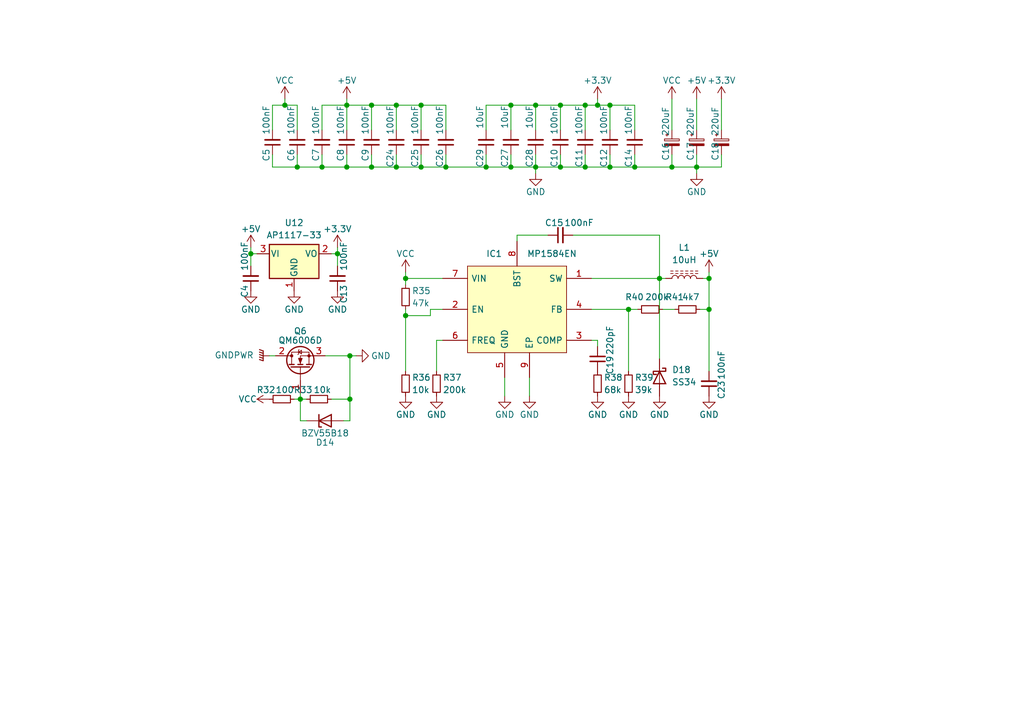
<source format=kicad_sch>
(kicad_sch (version 20211123) (generator eeschema)
  (paper "A5")
  (lib_symbols
    (symbol "Device:C_Polarized_Small" (pin_numbers hide) (pin_names (offset 0.254) hide)
      (property "Reference" "C" (at 0.254 1.778 0))
      (property "Value" "C_Polarized_Small" (at 0.254 -2.032 0))
      (symbol "C_Polarized_Small_0_1"
        (rectangle (start -1.524 -0.3048) (end 1.524 -0.6858) (fill (type outline)))
        (rectangle (start -1.524 0.6858) (end 1.524 0.3048))
        (polyline (pts (xy -1.27 1.524) (xy -0.762 1.524)))
        (polyline (pts (xy -1.016 1.27) (xy -1.016 1.778)))
      )
      (symbol "C_Polarized_Small_1_1"
        (pin passive line (at 0 2.54 270) (length 1.8542) (name "~") (number "1"))
        (pin passive line (at 0 -2.54 90) (length 1.8542) (name "~") (number "2"))
      )
    )
    (symbol "Device:C_Small" (pin_numbers hide) (pin_names (offset 0.254) hide)
      (property "Reference" "C" (at 0.254 1.778 0))
      (property "Value" "C_Small" (at 0.254 -2.032 0))
      (symbol "C_Small_0_1"
        (polyline (pts (xy -1.524 -0.508) (xy 1.524 -0.508)) (stroke (width 0.3302)))
        (polyline (pts (xy -1.524 0.508) (xy 1.524 0.508)) (stroke (width 0.3048)))
      )
      (symbol "C_Small_1_1"
        (pin passive line (at 0 2.54 270) (length 2.032) (name "~") (number "1"))
        (pin passive line (at 0 -2.54 90) (length 2.032) (name "~") (number "2"))
      )
    )
    (symbol "Device:L_Ferrite" (pin_numbers hide) (pin_names (offset 1.016) hide)
      (property "Reference" "L" (at -1.27 0 90))
      (property "Value" "L_Ferrite" (at 2.794 0 90))
      (symbol "L_Ferrite_0_1"
        (arc (start 0 -2.54) (mid 0.635 -1.905) (end 0 -1.27))
        (arc (start 0 -1.27) (mid 0.635 -0.635) (end 0 0))
        (polyline (pts (xy 1.016 -2.794) (xy 1.016 -2.286)))
        (polyline (pts (xy 1.016 -1.778) (xy 1.016 -1.27)))
        (polyline (pts (xy 1.016 -0.762) (xy 1.016 -0.254)))
        (polyline (pts (xy 1.016 0.254) (xy 1.016 0.762)))
        (polyline (pts (xy 1.016 1.27) (xy 1.016 1.778)))
        (polyline (pts (xy 1.016 2.286) (xy 1.016 2.794)))
        (polyline (pts (xy 1.524 -2.286) (xy 1.524 -2.794)))
        (polyline (pts (xy 1.524 -1.27) (xy 1.524 -1.778)))
        (polyline (pts (xy 1.524 -0.254) (xy 1.524 -0.762)))
        (polyline (pts (xy 1.524 0.762) (xy 1.524 0.254)))
        (polyline (pts (xy 1.524 1.778) (xy 1.524 1.27)))
        (polyline (pts (xy 1.524 2.794) (xy 1.524 2.286)))
        (arc (start 0 0) (mid 0.635 0.635) (end 0 1.27))
        (arc (start 0 1.27) (mid 0.635 1.905) (end 0 2.54))
      )
      (symbol "L_Ferrite_1_1"
        (pin passive line (at 0 3.81 270) (length 1.27) (name "1") (number "1"))
        (pin passive line (at 0 -3.81 90) (length 1.27) (name "2") (number "2"))
      )
    )
    (symbol "Device:R_Small" (pin_numbers hide) (pin_names (offset 0.254) hide)
      (property "Reference" "R" (at 0.762 0.508 0))
      (property "Value" "R_Small" (at 0.762 -1.016 0))
      (symbol "R_Small_0_1"
        (rectangle (start -0.762 1.778) (end 0.762 -1.778) (stroke (width 0.2032)))
      )
      (symbol "R_Small_1_1"
        (pin passive line (at 0 2.54 270) (length 0.762) (name "~") (number "1"))
        (pin passive line (at 0 -2.54 90) (length 0.762) (name "~") (number "2"))
      )
    )
    (symbol "Diode:BZV55B18" (pin_numbers hide) (pin_names hide)
      (property "Reference" "D" (at 0 2.54 0))
      (property "Value" "BZV55B18" (at 0 -2.54 0))
      (symbol "BZV55B18_0_1"
        (polyline (pts (xy 1.27 0) (xy -1.27 0)))
        (polyline (pts (xy -1.27 -1.27) (xy -1.27 1.27) (xy -0.762 1.27)) (stroke (width 0.254)))
        (polyline (pts (xy 1.27 -1.27) (xy 1.27 1.27) (xy -1.27 0) (xy 1.27 -1.27)) (stroke (width 0.254)))
      )
      (symbol "BZV55B18_1_1"
        (pin passive line (at -3.81 0 0) (length 2.54) (name "K") (number "1"))
        (pin passive line (at 3.81 0 180) (length 2.54) (name "A") (number "2"))
      )
    )
    (symbol "Diode:CDBA340-HF" (pin_numbers hide) (pin_names hide)
      (property "Reference" "D" (at 0 2.54 0))
      (property "Value" "CDBA340-HF" (at 0 -2.54 0))
      (symbol "CDBA340-HF_0_1"
        (polyline (pts (xy 1.27 0) (xy -1.27 0)))
        (polyline (pts (xy 1.27 1.27) (xy 1.27 -1.27) (xy -1.27 0) (xy 1.27 1.27)) (stroke (width 0.254)))
        (polyline (pts (xy -1.905 0.635) (xy -1.905 1.27) (xy -1.27 1.27) (xy -1.27 -1.27) (xy -0.635 -1.27) (xy -0.635 -0.635)) (stroke (width 0.254)))
      )
      (symbol "CDBA340-HF_1_1"
        (pin passive line (at -3.81 0 0) (length 2.54) (name "K") (number "1"))
        (pin passive line (at 3.81 0 180) (length 2.54) (name "A") (number "2"))
      )
    )
    (symbol "MP1584EN-LF-P:MP1584EN" (pin_names (offset 0.762))
      (property "Reference" "IC" (at -5.08 11.43 0))
      (property "Value" "MP1584EN" (at 1.27 11.43 0))
      (symbol "MP1584EN_0_0"
        (pin passive line (at 15.24 6.35 180) (length 5.08) (name "SW") (number "1"))
        (pin passive line (at -15.24 0 0) (length 5.08) (name "EN") (number "2"))
        (pin passive line (at 15.24 -6.35 180) (length 5.08) (name "COMP") (number "3"))
        (pin passive line (at 15.24 0 180) (length 5.08) (name "FB") (number "4"))
        (pin passive line (at -2.54 -13.97 90) (length 5.08) (name "GND") (number "5"))
        (pin passive line (at -15.24 -6.35 0) (length 5.08) (name "FREQ") (number "6"))
        (pin passive line (at -15.24 6.35 0) (length 5.08) (name "VIN") (number "7"))
        (pin passive line (at 0 13.97 270) (length 5.08) (name "BST") (number "8"))
        (pin passive line (at 2.54 -13.97 90) (length 5.08) (name "EP") (number "9"))
      )
      (symbol "MP1584EN_0_1"
        (polyline (pts (xy -10.16 8.89) (xy 10.16 8.89) (xy 10.16 -8.89) (xy -10.16 -8.89) (xy -10.16 8.89)) (stroke (width 0.1524)) (fill (type background)))
      )
    )
    (symbol "Regulator_Linear:AP1117-33" (pin_names (offset 0.254))
      (property "Reference" "U" (at -3.81 3.175 0))
      (property "Value" "AP1117-33" (at 0 3.175 0))
      (symbol "AP1117-33_0_1"
        (rectangle (start -5.08 -5.08) (end 5.08 1.905) (stroke (width 0.254)) (fill (type background)))
      )
      (symbol "AP1117-33_1_1"
        (pin power_in line (at 0 -7.62 90) (length 2.54) (name "GND") (number "1"))
        (pin power_out line (at 7.62 0 180) (length 2.54) (name "VO") (number "2"))
        (pin power_in line (at -7.62 0 0) (length 2.54) (name "VI") (number "3"))
      )
    )
    (symbol "Transistor_FET:QM6006D" (pin_names hide)
      (property "Reference" "Q" (at 5.08 1.905 0))
      (property "Value" "QM6006D" (at 5.08 0 0))
      (symbol "QM6006D_0_1"
        (polyline (pts (xy 0.254 0) (xy -2.54 0)))
        (polyline (pts (xy 0.254 1.905) (xy 0.254 -1.905)) (stroke (width 0.254)))
        (polyline (pts (xy 0.762 -1.27) (xy 0.762 -2.286)) (stroke (width 0.254)))
        (polyline (pts (xy 0.762 0.508) (xy 0.762 -0.508)) (stroke (width 0.254)))
        (polyline (pts (xy 0.762 2.286) (xy 0.762 1.27)) (stroke (width 0.254)))
        (polyline (pts (xy 2.54 2.54) (xy 2.54 1.778)))
        (polyline (pts (xy 2.54 -2.54) (xy 2.54 0) (xy 0.762 0)))
        (polyline (pts (xy 0.762 -1.778) (xy 3.302 -1.778) (xy 3.302 1.778) (xy 0.762 1.778)))
        (polyline (pts (xy 1.016 0) (xy 2.032 0.381) (xy 2.032 -0.381) (xy 1.016 0)) (fill (type outline)))
        (polyline (pts (xy 2.794 0.508) (xy 2.921 0.381) (xy 3.683 0.381) (xy 3.81 0.254)))
        (polyline (pts (xy 3.302 0.381) (xy 2.921 -0.254) (xy 3.683 -0.254) (xy 3.302 0.381)))
        (circle (center 1.651 0) (radius 2.794) (stroke (width 0.254)))
        (circle (center 2.54 -1.778) (radius 0.254) (fill (type outline)))
        (circle (center 2.54 1.778) (radius 0.254) (fill (type outline)))
      )
      (symbol "QM6006D_1_1"
        (pin input line (at -5.08 0 0) (length 2.54) (name "G") (number "1"))
        (pin passive line (at 2.54 5.08 270) (length 2.54) (name "D") (number "2"))
        (pin passive line (at 2.54 -5.08 90) (length 2.54) (name "S") (number "3"))
      )
    )
    (symbol "power:+3.3V" (power) (pin_names (offset 0))
      (property "Value" "+3.3V" (at 0 3.556 0))
      (symbol "+3.3V_0_1"
        (polyline (pts (xy -0.762 1.27) (xy 0 2.54)))
        (polyline (pts (xy 0 0) (xy 0 2.54)))
        (polyline (pts (xy 0 2.54) (xy 0.762 1.27)))
      )
      (symbol "+3.3V_1_1"
        (pin power_in line (at 0 0 90) (length 0) hide (name "+3.3V") (number "1"))
      )
    )
    (symbol "power:+5V" (power) (pin_names (offset 0))
      (property "Value" "+5V" (at 0 3.556 0))
      (symbol "+5V_0_1"
        (polyline (pts (xy -0.762 1.27) (xy 0 2.54)))
        (polyline (pts (xy 0 0) (xy 0 2.54)))
        (polyline (pts (xy 0 2.54) (xy 0.762 1.27)))
      )
      (symbol "+5V_1_1"
        (pin power_in line (at 0 0 90) (length 0) hide (name "+5V") (number "1"))
      )
    )
    (symbol "power:GND" (power) (pin_names (offset 0))
      (property "Value" "GND" (at 0 -3.81 0))
      (symbol "GND_0_1"
        (polyline (pts (xy 0 0) (xy 0 -1.27) (xy 1.27 -1.27) (xy 0 -2.54) (xy -1.27 -1.27) (xy 0 -1.27)))
      )
      (symbol "GND_1_1"
        (pin power_in line (at 0 0 270) (length 0) hide (name "GND") (number "1"))
      )
    )
    (symbol "power:GNDPWR" (power) (pin_names (offset 0))
      (property "Value" "GNDPWR" (at 0 -3.302 0))
      (symbol "GNDPWR_0_1"
        (polyline (pts (xy 0 -1.27) (xy 0 0)))
        (polyline (pts (xy -1.016 -1.27) (xy -1.27 -2.032) (xy -1.27 -2.032)) (stroke (width 0.2032)))
        (polyline (pts (xy -0.508 -1.27) (xy -0.762 -2.032) (xy -0.762 -2.032)) (stroke (width 0.2032)))
        (polyline (pts (xy 0 -1.27) (xy -0.254 -2.032) (xy -0.254 -2.032)) (stroke (width 0.2032)))
        (polyline (pts (xy 0.508 -1.27) (xy 0.254 -2.032) (xy 0.254 -2.032)) (stroke (width 0.2032)))
        (polyline (pts (xy 1.016 -1.27) (xy -1.016 -1.27) (xy -1.016 -1.27)) (stroke (width 0.2032)))
        (polyline (pts (xy 1.016 -1.27) (xy 0.762 -2.032) (xy 0.762 -2.032) (xy 0.762 -2.032)) (stroke (width 0.2032)))
      )
      (symbol "GNDPWR_1_1"
        (pin power_in line (at 0 0 270) (length 0) hide (name "GNDPWR") (number "1"))
      )
    )
    (symbol "power:VCC" (power) (pin_names (offset 0))
      (property "Value" "VCC" (at 0 3.81 0))
      (symbol "VCC_0_1"
        (polyline (pts (xy -0.762 1.27) (xy 0 2.54)))
        (polyline (pts (xy 0 0) (xy 0 2.54)))
        (polyline (pts (xy 0 2.54) (xy 0.762 1.27)))
      )
      (symbol "VCC_1_1"
        (pin power_in line (at 0 0 90) (length 0) hide (name "VCC") (number "1"))
      )
    )
  )
  (junction (at 71.12 34.29))
  (junction (at 71.12 21.59))
  (junction (at 130.175 34.29))
  (junction (at 114.935 34.29))
  (junction (at 114.935 21.59))
  (junction (at 120.015 21.59))
  (junction (at 104.775 34.29))
  (junction (at 83.185 57.15))
  (junction (at 99.695 34.29))
  (junction (at 128.905 63.5))
  (junction (at 104.775 21.59))
  (junction (at 61.595 81.915))
  (junction (at 83.185 64.77))
  (junction (at 145.415 63.5))
  (junction (at 71.755 73.025))
  (junction (at 81.28 34.29))
  (junction (at 60.96 34.29))
  (junction (at 81.28 21.59))
  (junction (at 66.04 34.29))
  (junction (at 86.36 21.59))
  (junction (at 58.42 21.59))
  (junction (at 135.255 57.15))
  (junction (at 76.2 21.59))
  (junction (at 109.855 21.59))
  (junction (at 69.215 52.07))
  (junction (at 91.44 34.29))
  (junction (at 145.415 57.15))
  (junction (at 120.015 34.29))
  (junction (at 125.095 21.59))
  (junction (at 125.095 34.29))
  (junction (at 86.36 34.29))
  (junction (at 76.2 34.29))
  (junction (at 109.855 34.29))
  (junction (at 122.555 21.59))
  (junction (at 71.755 81.915))
  (junction (at 51.435 52.07))
  (junction (at 137.795 34.29))
  (junction (at 142.875 34.29))
  (wire (pts (xy 99.695 31.75) (xy 99.695 34.29)))
  (wire (pts (xy 147.955 34.29) (xy 147.955 31.75)))
  (wire (pts (xy 83.185 64.77) (xy 83.185 63.5)))
  (wire (pts (xy 130.175 34.29) (xy 137.795 34.29)))
  (wire (pts (xy 66.675 73.025) (xy 71.755 73.025)))
  (wire (pts (xy 88.265 64.77) (xy 83.185 64.77)))
  (wire (pts (xy 142.875 20.32) (xy 142.875 26.67)))
  (wire (pts (xy 89.535 76.2) (xy 89.535 69.85)))
  (wire (pts (xy 120.015 21.59) (xy 120.015 26.67)))
  (wire (pts (xy 145.415 63.5) (xy 145.415 76.2)))
  (wire (pts (xy 130.175 21.59) (xy 125.095 21.59)))
  (wire (pts (xy 60.96 26.67) (xy 60.96 21.59)))
  (wire (pts (xy 108.585 81.28) (xy 108.585 77.47)))
  (wire (pts (xy 71.755 73.025) (xy 71.755 81.915)))
  (wire (pts (xy 122.555 71.12) (xy 122.555 69.85)))
  (wire (pts (xy 104.775 34.29) (xy 99.695 34.29)))
  (wire (pts (xy 76.2 31.75) (xy 76.2 34.29)))
  (wire (pts (xy 71.755 86.36) (xy 71.755 81.915)))
  (wire (pts (xy 69.215 52.07) (xy 67.945 52.07)))
  (wire (pts (xy 130.175 26.67) (xy 130.175 21.59)))
  (wire (pts (xy 135.255 57.15) (xy 135.255 73.66)))
  (wire (pts (xy 109.855 21.59) (xy 109.855 26.67)))
  (wire (pts (xy 86.36 21.59) (xy 86.36 26.67)))
  (wire (pts (xy 112.395 48.26) (xy 106.045 48.26)))
  (wire (pts (xy 117.475 48.26) (xy 135.255 48.26)))
  (wire (pts (xy 143.51 63.5) (xy 145.415 63.5)))
  (wire (pts (xy 147.955 20.32) (xy 147.955 26.67)))
  (wire (pts (xy 86.36 21.59) (xy 91.44 21.59)))
  (wire (pts (xy 70.485 86.36) (xy 71.755 86.36)))
  (wire (pts (xy 61.595 81.915) (xy 62.865 81.915)))
  (wire (pts (xy 60.325 81.915) (xy 61.595 81.915)))
  (wire (pts (xy 125.095 21.59) (xy 122.555 21.59)))
  (wire (pts (xy 76.2 21.59) (xy 81.28 21.59)))
  (wire (pts (xy 125.095 21.59) (xy 125.095 26.67)))
  (wire (pts (xy 120.015 21.59) (xy 114.935 21.59)))
  (wire (pts (xy 135.89 63.5) (xy 138.43 63.5)))
  (wire (pts (xy 71.755 73.025) (xy 73.025 73.025)))
  (wire (pts (xy 142.875 31.75) (xy 142.875 34.29)))
  (wire (pts (xy 69.215 50.8) (xy 69.215 52.07)))
  (wire (pts (xy 55.245 73.025) (xy 56.515 73.025)))
  (wire (pts (xy 137.795 20.32) (xy 137.795 26.67)))
  (wire (pts (xy 99.695 34.29) (xy 91.44 34.29)))
  (wire (pts (xy 125.095 34.29) (xy 120.015 34.29)))
  (wire (pts (xy 120.015 34.29) (xy 114.935 34.29)))
  (wire (pts (xy 91.44 21.59) (xy 91.44 26.67)))
  (wire (pts (xy 55.88 21.59) (xy 55.88 26.67)))
  (wire (pts (xy 83.185 55.88) (xy 83.185 57.15)))
  (wire (pts (xy 81.28 34.29) (xy 76.2 34.29)))
  (wire (pts (xy 90.805 63.5) (xy 88.265 63.5)))
  (wire (pts (xy 58.42 21.59) (xy 55.88 21.59)))
  (wire (pts (xy 83.185 57.15) (xy 83.185 58.42)))
  (wire (pts (xy 76.2 34.29) (xy 71.12 34.29)))
  (wire (pts (xy 52.705 52.07) (xy 51.435 52.07)))
  (wire (pts (xy 128.905 63.5) (xy 121.285 63.5)))
  (wire (pts (xy 91.44 34.29) (xy 86.36 34.29)))
  (wire (pts (xy 90.805 57.15) (xy 83.185 57.15)))
  (wire (pts (xy 67.945 81.915) (xy 71.755 81.915)))
  (wire (pts (xy 71.12 34.29) (xy 66.04 34.29)))
  (wire (pts (xy 104.775 31.75) (xy 104.775 34.29)))
  (wire (pts (xy 128.905 63.5) (xy 130.81 63.5)))
  (wire (pts (xy 125.095 31.75) (xy 125.095 34.29)))
  (wire (pts (xy 91.44 31.75) (xy 91.44 34.29)))
  (wire (pts (xy 109.855 34.29) (xy 109.855 35.56)))
  (wire (pts (xy 89.535 69.85) (xy 90.805 69.85)))
  (wire (pts (xy 88.265 63.5) (xy 88.265 64.77)))
  (wire (pts (xy 103.505 81.28) (xy 103.505 77.47)))
  (wire (pts (xy 104.775 21.59) (xy 104.775 26.67)))
  (wire (pts (xy 51.435 52.07) (xy 51.435 54.61)))
  (wire (pts (xy 71.12 31.75) (xy 71.12 34.29)))
  (wire (pts (xy 55.88 34.29) (xy 55.88 31.75)))
  (wire (pts (xy 81.28 21.59) (xy 86.36 21.59)))
  (wire (pts (xy 66.04 21.59) (xy 71.12 21.59)))
  (wire (pts (xy 109.855 34.29) (xy 104.775 34.29)))
  (wire (pts (xy 86.36 34.29) (xy 81.28 34.29)))
  (wire (pts (xy 71.12 21.59) (xy 71.12 26.67)))
  (wire (pts (xy 71.12 20.32) (xy 71.12 21.59)))
  (wire (pts (xy 109.855 21.59) (xy 114.935 21.59)))
  (wire (pts (xy 58.42 20.32) (xy 58.42 21.59)))
  (wire (pts (xy 142.875 34.29) (xy 142.875 35.56)))
  (wire (pts (xy 137.795 31.75) (xy 137.795 34.29)))
  (wire (pts (xy 61.595 86.36) (xy 61.595 81.915)))
  (wire (pts (xy 142.875 34.29) (xy 147.955 34.29)))
  (wire (pts (xy 62.865 86.36) (xy 61.595 86.36)))
  (wire (pts (xy 128.905 76.2) (xy 128.905 63.5)))
  (wire (pts (xy 122.555 69.85) (xy 121.285 69.85)))
  (wire (pts (xy 130.175 31.75) (xy 130.175 34.29)))
  (wire (pts (xy 81.28 26.67) (xy 81.28 21.59)))
  (wire (pts (xy 120.015 31.75) (xy 120.015 34.29)))
  (wire (pts (xy 114.935 31.75) (xy 114.935 34.29)))
  (wire (pts (xy 106.045 48.26) (xy 106.045 49.53)))
  (wire (pts (xy 114.935 34.29) (xy 109.855 34.29)))
  (wire (pts (xy 130.175 34.29) (xy 125.095 34.29)))
  (wire (pts (xy 114.935 21.59) (xy 114.935 26.67)))
  (wire (pts (xy 60.96 34.29) (xy 55.88 34.29)))
  (wire (pts (xy 135.255 48.26) (xy 135.255 57.15)))
  (wire (pts (xy 81.28 31.75) (xy 81.28 34.29)))
  (wire (pts (xy 109.855 21.59) (xy 104.775 21.59)))
  (wire (pts (xy 60.96 21.59) (xy 58.42 21.59)))
  (wire (pts (xy 137.795 34.29) (xy 142.875 34.29)))
  (wire (pts (xy 109.855 31.75) (xy 109.855 34.29)))
  (wire (pts (xy 144.145 57.15) (xy 145.415 57.15)))
  (wire (pts (xy 135.255 57.15) (xy 121.285 57.15)))
  (wire (pts (xy 66.04 26.67) (xy 66.04 21.59)))
  (wire (pts (xy 145.415 57.15) (xy 145.415 63.5)))
  (wire (pts (xy 71.12 21.59) (xy 76.2 21.59)))
  (wire (pts (xy 66.04 34.29) (xy 60.96 34.29)))
  (wire (pts (xy 76.2 21.59) (xy 76.2 26.67)))
  (wire (pts (xy 135.255 57.15) (xy 136.525 57.15)))
  (wire (pts (xy 66.04 31.75) (xy 66.04 34.29)))
  (wire (pts (xy 69.215 52.07) (xy 69.215 54.61)))
  (wire (pts (xy 51.435 52.07) (xy 51.435 50.8)))
  (wire (pts (xy 122.555 20.32) (xy 122.555 21.59)))
  (wire (pts (xy 61.595 81.915) (xy 61.595 80.645)))
  (wire (pts (xy 83.185 64.77) (xy 83.185 76.2)))
  (wire (pts (xy 145.415 55.88) (xy 145.415 57.15)))
  (wire (pts (xy 122.555 21.59) (xy 120.015 21.59)))
  (wire (pts (xy 86.36 31.75) (xy 86.36 34.29)))
  (wire (pts (xy 99.695 21.59) (xy 99.695 26.67)))
  (wire (pts (xy 60.96 31.75) (xy 60.96 34.29)))
  (wire (pts (xy 99.695 21.59) (xy 104.775 21.59)))
  (symbol (lib_id "Device:R_Small") (at 57.785 81.915 90) (unit 1)
    (property "Reference" "R32" (at 56.515 80.01 90) (effects (justify left)))
    (property "Value" "100" (at 60.325 80.01 90) (effects (justify left)))
    (property "Footprint" "Resistor_SMD:R_0603_1608Metric" (effects hide))
  )
  (symbol (lib_id "power:GNDPWR") (at 55.245 73.025 270) (unit 1)
    (property "Reference" "#PWR0120" (effects hide))
    (property "Value" "GNDPWR" (at 52.07 72.8979 90) (effects (justify right)))
  )
  (symbol (lib_id "Device:R_Small") (at 122.555 78.74 0) (unit 1)
    (property "Reference" "R38" (at 123.825 77.47 0) (effects (justify left)))
    (property "Value" "68k" (at 123.825 80.01 0) (effects (justify left)))
    (property "Footprint" "Resistor_SMD:R_0603_1608Metric" (effects hide))
  )
  (symbol (lib_id "Device:C_Small") (at 114.935 29.21 180) (unit 1)
    (property "Reference" "C10" (at 113.665 30.48 90) (effects (justify left)))
    (property "Value" "100nF" (at 113.665 21.59 90) (effects (justify left)))
    (property "Footprint" "Capacitor_SMD:C_0603_1608Metric" (effects hide))
  )
  (symbol (lib_id "power:+3.3V") (at 69.215 50.8 0) (unit 1)
    (property "Reference" "#PWR0150" (effects hide))
    (property "Value" "+3.3V" (at 69.215 46.99 0))
  )
  (symbol (lib_id "Device:C_Small") (at 114.935 48.26 90) (unit 1)
    (property "Reference" "C15" (at 113.665 45.72 90))
    (property "Value" "100nF" (at 118.745 45.72 90))
    (property "Footprint" "Capacitor_SMD:C_0603_1608Metric" (effects hide))
  )
  (symbol (lib_id "power:GND") (at 89.535 81.28 0) (unit 1)
    (property "Reference" "#PWR0189" (effects hide))
    (property "Value" "GND" (at 89.535 85.09 0))
  )
  (symbol (lib_id "power:+5V") (at 71.12 20.32 0) (unit 1)
    (property "Reference" "#PWR0106" (effects hide))
    (property "Value" "+5V" (at 71.12 16.51 0))
  )
  (symbol (lib_id "power:GND") (at 145.415 81.28 0) (unit 1)
    (property "Reference" "#PWR0178" (effects hide))
    (property "Value" "GND" (at 145.415 85.09 0))
  )
  (symbol (lib_id "Device:C_Polarized_Small") (at 137.795 29.21 0) (unit 1)
    (property "Reference" "C16" (at 136.525 33.02 90) (effects (justify left)))
    (property "Value" "220uF" (at 136.525 27.94 90) (effects (justify left)))
    (property "Footprint" "Capacitor_SMD:CP_Elec_8x10.5" (effects hide))
  )
  (symbol (lib_id "Regulator_Linear:AP1117-33") (at 60.325 52.07 0) (unit 1)
    (property "Reference" "U12" (at 60.325 45.72 0))
    (property "Value" "AP1117-33" (at 60.325 48.26 0))
    (property "Footprint" "Package_TO_SOT_SMD:SOT-223-3_TabPin2" (effects hide))
    (property "Datasheet" "http://www.diodes.com/datasheets/AP1117.pdf" (effects hide))
  )
  (symbol (lib_id "Device:R_Small") (at 83.185 60.96 0) (unit 1)
    (property "Reference" "R35" (at 84.455 59.69 0) (effects (justify left)))
    (property "Value" "47k" (at 84.455 62.23 0) (effects (justify left)))
    (property "Footprint" "Resistor_SMD:R_0603_1608Metric" (effects hide))
  )
  (symbol (lib_id "power:GND") (at 108.585 81.28 0) (unit 1)
    (property "Reference" "#PWR0184" (effects hide))
    (property "Value" "GND" (at 108.585 85.09 0))
  )
  (symbol (lib_id "Device:C_Polarized_Small") (at 142.875 29.21 0) (unit 1)
    (property "Reference" "C17" (at 141.605 33.02 90) (effects (justify left)))
    (property "Value" "220uF" (at 141.605 27.94 90) (effects (justify left)))
    (property "Footprint" "Capacitor_SMD:CP_Elec_6.3x7.7" (effects hide))
  )
  (symbol (lib_id "Device:C_Small") (at 51.435 57.15 180) (unit 1)
    (property "Reference" "C4" (at 50.165 58.42 90) (effects (justify left)))
    (property "Value" "100nF" (at 50.165 49.53 90) (effects (justify left)))
    (property "Footprint" "Capacitor_SMD:C_0603_1608Metric" (effects hide))
  )
  (symbol (lib_id "power:GND") (at 103.505 81.28 0) (unit 1)
    (property "Reference" "#PWR0185" (effects hide))
    (property "Value" "GND" (at 103.505 85.09 0))
  )
  (symbol (lib_id "power:+3.3V") (at 147.955 20.32 0) (unit 1)
    (property "Reference" "#PWR0101" (effects hide))
    (property "Value" "+3.3V" (at 147.955 16.51 0))
  )
  (symbol (lib_id "Device:C_Small") (at 55.88 29.21 180) (unit 1)
    (property "Reference" "C5" (at 54.61 30.48 90) (effects (justify left)))
    (property "Value" "100nF" (at 54.61 21.59 90) (effects (justify left)))
    (property "Footprint" "Capacitor_SMD:C_0603_1608Metric" (effects hide))
  )
  (symbol (lib_id "Device:C_Small") (at 120.015 29.21 180) (unit 1)
    (property "Reference" "C11" (at 118.745 30.48 90) (effects (justify left)))
    (property "Value" "100nF" (at 118.745 21.59 90) (effects (justify left)))
    (property "Footprint" "Capacitor_SMD:C_0603_1608Metric" (effects hide))
  )
  (symbol (lib_id "Device:C_Small") (at 76.2 29.21 180) (unit 1)
    (property "Reference" "C9" (at 74.93 30.48 90) (effects (justify left)))
    (property "Value" "100nF" (at 74.93 21.59 90) (effects (justify left)))
    (property "Footprint" "Capacitor_SMD:C_0603_1608Metric" (effects hide))
  )
  (symbol (lib_id "power:GND") (at 60.325 59.69 0) (unit 1)
    (property "Reference" "#PWR0149" (effects hide))
    (property "Value" "GND" (at 60.325 63.5 0))
  )
  (symbol (lib_id "MP1584EN-LF-P:MP1584EN") (at 106.045 63.5 0) (unit 1)
    (property "Reference" "IC1" (at 99.695 52.07 0) (effects (justify left)))
    (property "Value" "MP1584EN" (at 108.0644 52.07 0) (effects (justify left)))
    (property "Footprint" "Package_SO:SOIC-8-1EP_3.9x4.9mm_P1.27mm_EP2.514x3.2mm_ThermalVias" (effects hide))
    (property "Datasheet" " " (effects hide))
    (property "Description" " " (effects hide))
    (property "Height" " " (effects hide))
    (property "Manufacturer_Name" " " (effects hide))
    (property "Manufacturer_Part_Number" " " (effects hide))
    (property "Mouser Part Number" " " (effects hide))
    (property "Mouser Price/Stock" " " (effects hide))
  )
  (symbol (lib_id "Transistor_FET:QM6006D") (at 61.595 75.565 90) (unit 1)
    (property "Reference" "Q6" (at 61.595 67.945 90))
    (property "Value" "QM6006D" (at 61.595 69.85 90))
    (property "Footprint" "Package_TO_SOT_SMD:TO-252-2" (effects hide))
    (property "Datasheet" "http://www.jaolen.com/images/pdf/QM6006D.pdf" (effects hide))
  )
  (symbol (lib_id "power:GND") (at 73.025 73.025 90) (unit 1)
    (property "Reference" "#PWR0187" (effects hide))
    (property "Value" "GND" (at 78.105 73.025 90))
  )
  (symbol (lib_id "Device:C_Small") (at 145.415 78.74 0) (mirror x) (unit 1)
    (property "Reference" "C23" (at 147.955 80.01 90))
    (property "Value" "100nF" (at 147.955 74.93 90))
    (property "Footprint" "Capacitor_SMD:C_0603_1608Metric" (effects hide))
  )
  (symbol (lib_id "Diode:CDBA340-HF") (at 135.255 77.47 270) (unit 1)
    (property "Reference" "D18" (at 137.795 75.8824 90) (effects (justify left)))
    (property "Value" "SS34" (at 137.795 78.4224 90) (effects (justify left)))
    (property "Footprint" "Diode_SMD:D_SMA" (effects hide))
    (property "Datasheet" "https://www.comchiptech.com/admin/files/product/CDBA340-HF%20Thru193640.%20CDBA3100-HF%20RevB.pdf" (effects hide))
  )
  (symbol (lib_id "Device:R_Small") (at 128.905 78.74 0) (unit 1)
    (property "Reference" "R39" (at 130.175 77.47 0) (effects (justify left)))
    (property "Value" "39k" (at 130.175 80.01 0) (effects (justify left)))
    (property "Footprint" "Resistor_SMD:R_0603_1608Metric" (effects hide))
  )
  (symbol (lib_id "power:+5V") (at 145.415 55.88 0) (unit 1)
    (property "Reference" "#PWR0181" (effects hide))
    (property "Value" "+5V" (at 145.415 52.07 0))
  )
  (symbol (lib_id "Device:C_Small") (at 91.44 29.21 180) (unit 1)
    (property "Reference" "C26" (at 90.17 30.48 90) (effects (justify left)))
    (property "Value" "100nF" (at 90.17 21.59 90) (effects (justify left)))
    (property "Footprint" "Capacitor_SMD:C_0603_1608Metric" (effects hide))
  )
  (symbol (lib_id "Diode:BZV55B18") (at 66.675 86.36 0) (mirror x) (unit 1)
    (property "Reference" "D14" (at 66.675 90.805 0))
    (property "Value" "BZV55B18" (at 66.675 88.9 0))
    (property "Footprint" "Diode_SMD:D_MiniMELF" (effects hide))
    (property "Datasheet" "https://assets.nexperia.com/documents/data-sheet/BZV55_SER.pdf" (effects hide))
  )
  (symbol (lib_id "Device:C_Small") (at 86.36 29.21 180) (unit 1)
    (property "Reference" "C25" (at 85.09 30.48 90) (effects (justify left)))
    (property "Value" "100nF" (at 85.09 21.59 90) (effects (justify left)))
    (property "Footprint" "Capacitor_SMD:C_0603_1608Metric" (effects hide))
  )
  (symbol (lib_id "Device:C_Small") (at 122.555 73.66 0) (mirror x) (unit 1)
    (property "Reference" "C19" (at 125.095 74.93 90))
    (property "Value" "220pF" (at 125.095 69.85 90))
    (property "Footprint" "Capacitor_SMD:C_0603_1608Metric" (effects hide))
  )
  (symbol (lib_id "Device:C_Polarized_Small") (at 147.955 29.21 0) (unit 1)
    (property "Reference" "C18" (at 146.685 33.02 90) (effects (justify left)))
    (property "Value" "220uF" (at 146.685 27.94 90) (effects (justify left)))
    (property "Footprint" "Capacitor_SMD:CP_Elec_6.3x7.7" (effects hide))
  )
  (symbol (lib_id "power:GND") (at 83.185 81.28 0) (unit 1)
    (property "Reference" "#PWR0190" (effects hide))
    (property "Value" "GND" (at 83.185 85.09 0))
  )
  (symbol (lib_id "Device:C_Small") (at 109.855 29.21 180) (unit 1)
    (property "Reference" "C28" (at 108.585 30.48 90) (effects (justify left)))
    (property "Value" "10uF" (at 108.585 21.59 90) (effects (justify left)))
    (property "Footprint" "Capacitor_SMD:C_1206_3216Metric" (effects hide))
  )
  (symbol (lib_id "Device:R_Small") (at 65.405 81.915 90) (unit 1)
    (property "Reference" "R33" (at 64.135 80.01 90) (effects (justify left)))
    (property "Value" "10k" (at 67.945 80.01 90) (effects (justify left)))
    (property "Footprint" "Resistor_SMD:R_0603_1608Metric" (effects hide))
  )
  (symbol (lib_id "power:GND") (at 69.215 59.69 0) (unit 1)
    (property "Reference" "#PWR0188" (effects hide))
    (property "Value" "GND" (at 69.215 63.5 0))
  )
  (symbol (lib_id "power:GND") (at 109.855 35.56 0) (unit 1)
    (property "Reference" "#PWR0108" (effects hide))
    (property "Value" "GND" (at 109.855 39.37 0))
  )
  (symbol (lib_id "power:GND") (at 128.905 81.28 0) (unit 1)
    (property "Reference" "#PWR0182" (effects hide))
    (property "Value" "GND" (at 128.905 85.09 0))
  )
  (symbol (lib_id "Device:R_Small") (at 83.185 78.74 0) (unit 1)
    (property "Reference" "R36" (at 84.455 77.47 0) (effects (justify left)))
    (property "Value" "10k" (at 84.455 80.01 0) (effects (justify left)))
    (property "Footprint" "Resistor_SMD:R_0603_1608Metric" (effects hide))
  )
  (symbol (lib_id "Device:C_Small") (at 125.095 29.21 180) (unit 1)
    (property "Reference" "C12" (at 123.825 30.48 90) (effects (justify left)))
    (property "Value" "100nF" (at 123.825 21.59 90) (effects (justify left)))
    (property "Footprint" "Capacitor_SMD:C_0603_1608Metric" (effects hide))
  )
  (symbol (lib_id "Device:C_Small") (at 69.215 57.15 0) (mirror x) (unit 1)
    (property "Reference" "C13" (at 70.485 58.42 90) (effects (justify left)))
    (property "Value" "100nF" (at 70.485 49.53 90) (effects (justify left)))
    (property "Footprint" "Capacitor_SMD:C_0603_1608Metric" (effects hide))
  )
  (symbol (lib_id "Device:C_Small") (at 81.28 29.21 180) (unit 1)
    (property "Reference" "C24" (at 80.01 30.48 90) (effects (justify left)))
    (property "Value" "100nF" (at 80.01 21.59 90) (effects (justify left)))
    (property "Footprint" "Capacitor_SMD:C_0603_1608Metric" (effects hide))
  )
  (symbol (lib_id "power:VCC") (at 137.795 20.32 0) (unit 1)
    (property "Reference" "#PWR0103" (effects hide))
    (property "Value" "VCC" (at 137.795 16.51 0))
  )
  (symbol (lib_id "power:VCC") (at 83.185 55.88 0) (unit 1)
    (property "Reference" "#PWR0186" (effects hide))
    (property "Value" "VCC" (at 83.185 52.07 0))
  )
  (symbol (lib_id "power:GND") (at 51.435 59.69 0) (unit 1)
    (property "Reference" "#PWR0162" (effects hide))
    (property "Value" "GND" (at 51.435 63.5 0))
  )
  (symbol (lib_id "Device:C_Small") (at 71.12 29.21 180) (unit 1)
    (property "Reference" "C8" (at 69.85 30.48 90) (effects (justify left)))
    (property "Value" "100nF" (at 69.85 21.59 90) (effects (justify left)))
    (property "Footprint" "Capacitor_SMD:C_0603_1608Metric" (effects hide))
  )
  (symbol (lib_id "power:+3.3V") (at 122.555 20.32 0) (unit 1)
    (property "Reference" "#PWR0109" (effects hide))
    (property "Value" "+3.3V" (at 122.555 16.51 0))
  )
  (symbol (lib_id "Device:C_Small") (at 66.04 29.21 180) (unit 1)
    (property "Reference" "C7" (at 64.77 30.48 90) (effects (justify left)))
    (property "Value" "100nF" (at 64.77 21.59 90) (effects (justify left)))
    (property "Footprint" "Capacitor_SMD:C_0603_1608Metric" (effects hide))
  )
  (symbol (lib_id "power:GND") (at 135.255 81.28 0) (unit 1)
    (property "Reference" "#PWR0167" (effects hide))
    (property "Value" "GND" (at 135.255 85.09 0))
  )
  (symbol (lib_id "Device:C_Small") (at 130.175 29.21 180) (unit 1)
    (property "Reference" "C14" (at 128.905 30.48 90) (effects (justify left)))
    (property "Value" "100nF" (at 128.905 21.59 90) (effects (justify left)))
    (property "Footprint" "Capacitor_SMD:C_0603_1608Metric" (effects hide))
  )
  (symbol (lib_id "power:GND") (at 122.555 81.28 0) (unit 1)
    (property "Reference" "#PWR0183" (effects hide))
    (property "Value" "GND" (at 122.555 85.09 0))
  )
  (symbol (lib_id "power:+5V") (at 51.435 50.8 0) (unit 1)
    (property "Reference" "#PWR0119" (effects hide))
    (property "Value" "+5V" (at 51.435 46.99 0))
  )
  (symbol (lib_id "Device:C_Small") (at 99.695 29.21 180) (unit 1)
    (property "Reference" "C29" (at 98.425 30.48 90) (effects (justify left)))
    (property "Value" "10uF" (at 98.425 21.59 90) (effects (justify left)))
    (property "Footprint" "Capacitor_SMD:C_1206_3216Metric" (effects hide))
  )
  (symbol (lib_id "power:VCC") (at 55.245 81.915 90) (unit 1)
    (property "Reference" "#PWR0148" (effects hide))
    (property "Value" "VCC" (at 50.8 81.915 90))
  )
  (symbol (lib_id "Device:L_Ferrite") (at 140.335 57.15 90) (unit 1)
    (property "Reference" "L1" (at 140.335 50.8 90))
    (property "Value" "10uH" (at 140.335 53.34 90))
    (property "Footprint" "Inductor_SMD:L_Abracon_ASPI-0630LR" (effects hide))
  )
  (symbol (lib_id "power:VCC") (at 58.42 20.32 0) (unit 1)
    (property "Reference" "#PWR0107" (effects hide))
    (property "Value" "VCC" (at 58.42 16.51 0))
  )
  (symbol (lib_id "Device:C_Small") (at 104.775 29.21 180) (unit 1)
    (property "Reference" "C27" (at 103.505 30.48 90) (effects (justify left)))
    (property "Value" "10uF" (at 103.505 21.59 90) (effects (justify left)))
    (property "Footprint" "Capacitor_SMD:C_1206_3216Metric" (effects hide))
  )
  (symbol (lib_id "power:GND") (at 142.875 35.56 0) (unit 1)
    (property "Reference" "#PWR0105" (effects hide))
    (property "Value" "GND" (at 142.875 39.37 0))
  )
  (symbol (lib_id "power:+5V") (at 142.875 20.32 0) (unit 1)
    (property "Reference" "#PWR0104" (effects hide))
    (property "Value" "+5V" (at 142.875 16.51 0))
  )
  (symbol (lib_id "Device:C_Small") (at 60.96 29.21 180) (unit 1)
    (property "Reference" "C6" (at 59.69 30.48 90) (effects (justify left)))
    (property "Value" "100nF" (at 59.69 21.59 90) (effects (justify left)))
    (property "Footprint" "Capacitor_SMD:C_0603_1608Metric" (effects hide))
  )
  (symbol (lib_id "Device:R_Small") (at 140.97 63.5 90) (unit 1)
    (property "Reference" "R41" (at 140.335 60.96 90) (effects (justify left)))
    (property "Value" "4k7" (at 143.51 60.96 90) (effects (justify left)))
    (property "Footprint" "Resistor_SMD:R_0603_1608Metric" (effects hide))
  )
  (symbol (lib_id "Device:R_Small") (at 133.35 63.5 90) (unit 1)
    (property "Reference" "R40" (at 132.08 60.96 90) (effects (justify left)))
    (property "Value" "200k" (at 137.16 60.96 90) (effects (justify left)))
    (property "Footprint" "Resistor_SMD:R_0603_1608Metric" (effects hide))
  )
  (symbol (lib_id "Device:R_Small") (at 89.535 78.74 0) (unit 1)
    (property "Reference" "R37" (at 90.805 77.47 0) (effects (justify left)))
    (property "Value" "200k" (at 90.805 80.01 0) (effects (justify left)))
    (property "Footprint" "Resistor_SMD:R_0603_1608Metric" (effects hide))
  )
)
</source>
